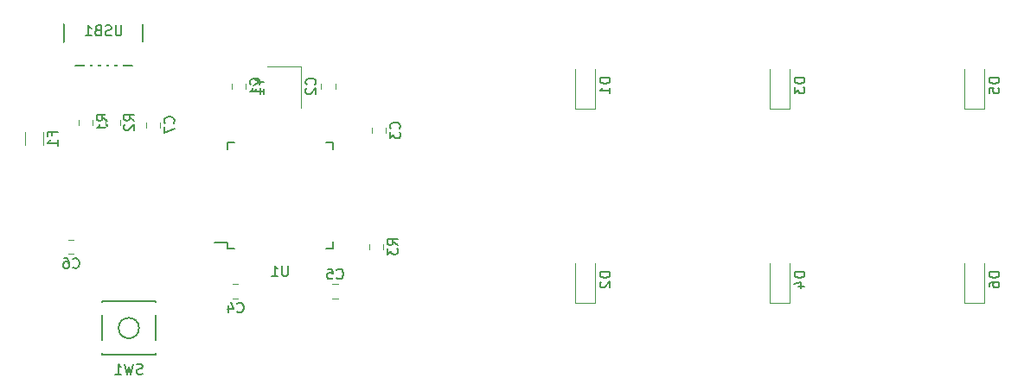
<source format=gbo>
G04 #@! TF.GenerationSoftware,KiCad,Pcbnew,(5.1.4)-1*
G04 #@! TF.CreationDate,2023-05-28T14:22:49-07:00*
G04 #@! TF.ProjectId,keypad,6b657970-6164-42e6-9b69-6361645f7063,rev?*
G04 #@! TF.SameCoordinates,Original*
G04 #@! TF.FileFunction,Legend,Bot*
G04 #@! TF.FilePolarity,Positive*
%FSLAX46Y46*%
G04 Gerber Fmt 4.6, Leading zero omitted, Abs format (unit mm)*
G04 Created by KiCad (PCBNEW (5.1.4)-1) date 2023-05-28 14:22:49*
%MOMM*%
%LPD*%
G04 APERTURE LIST*
%ADD10C,0.120000*%
%ADD11C,0.150000*%
%ADD12R,1.302000X1.502000*%
%ADD13O,1.802000X2.802000*%
%ADD14R,0.602000X2.352000*%
%ADD15R,0.652000X1.602000*%
%ADD16R,1.602000X0.652000*%
%ADD17R,1.902000X1.202000*%
%ADD18C,0.100000*%
%ADD19C,1.077000*%
%ADD20R,2.652000X2.602000*%
%ADD21C,1.852000*%
%ADD22C,3.102000*%
%ADD23C,4.089800*%
%ADD24C,1.352000*%
%ADD25R,1.302000X1.002000*%
G04 APERTURE END LIST*
D10*
X187617000Y-109803000D02*
X187617000Y-113803000D01*
X184317000Y-109803000D02*
X187617000Y-109803000D01*
D11*
X164425000Y-104243750D02*
X164425000Y-109693750D01*
X172125000Y-104243750D02*
X172125000Y-109693750D01*
X164425000Y-109693750D02*
X172125000Y-109693750D01*
X180372000Y-127028000D02*
X179097000Y-127028000D01*
X190722000Y-127603000D02*
X190047000Y-127603000D01*
X190722000Y-117253000D02*
X190047000Y-117253000D01*
X180372000Y-117253000D02*
X181047000Y-117253000D01*
X180372000Y-127603000D02*
X181047000Y-127603000D01*
X180372000Y-117253000D02*
X180372000Y-117928000D01*
X190722000Y-117253000D02*
X190722000Y-117928000D01*
X190722000Y-127603000D02*
X190722000Y-126928000D01*
X180372000Y-127603000D02*
X180372000Y-127028000D01*
X173331250Y-132837000D02*
X168131250Y-132837000D01*
X168131250Y-132837000D02*
X168131250Y-138037000D01*
X168131250Y-138037000D02*
X173331250Y-138037000D01*
X173331250Y-138037000D02*
X173331250Y-132837000D01*
X171731250Y-135437000D02*
G75*
G03X171731250Y-135437000I-1000000J0D01*
G01*
D10*
X194235000Y-127688078D02*
X194235000Y-127170922D01*
X195655000Y-127688078D02*
X195655000Y-127170922D01*
X168454000Y-115526078D02*
X168454000Y-115008922D01*
X169874000Y-115526078D02*
X169874000Y-115008922D01*
X165787000Y-115526078D02*
X165787000Y-115008922D01*
X167207000Y-115526078D02*
X167207000Y-115008922D01*
X160570500Y-117439064D02*
X160570500Y-116234936D01*
X162390500Y-117439064D02*
X162390500Y-116234936D01*
X254492000Y-132933000D02*
X254492000Y-129033000D01*
X252492000Y-132933000D02*
X252492000Y-129033000D01*
X254492000Y-132933000D02*
X252492000Y-132933000D01*
X254492000Y-113882000D02*
X254492000Y-109982000D01*
X252492000Y-113882000D02*
X252492000Y-109982000D01*
X254492000Y-113882000D02*
X252492000Y-113882000D01*
X235442000Y-132933000D02*
X235442000Y-129033000D01*
X233442000Y-132933000D02*
X233442000Y-129033000D01*
X235442000Y-132933000D02*
X233442000Y-132933000D01*
X235442000Y-113883000D02*
X235442000Y-109983000D01*
X233442000Y-113883000D02*
X233442000Y-109983000D01*
X235442000Y-113883000D02*
X233442000Y-113883000D01*
X216392000Y-132933000D02*
X216392000Y-129033000D01*
X214392000Y-132933000D02*
X214392000Y-129033000D01*
X216392000Y-132933000D02*
X214392000Y-132933000D01*
X216392000Y-113882000D02*
X216392000Y-109982000D01*
X214392000Y-113882000D02*
X214392000Y-109982000D01*
X216392000Y-113882000D02*
X214392000Y-113882000D01*
X172391000Y-115750078D02*
X172391000Y-115232922D01*
X173811000Y-115750078D02*
X173811000Y-115232922D01*
X164841422Y-126749500D02*
X165358578Y-126749500D01*
X164841422Y-128169500D02*
X165358578Y-128169500D01*
X191188078Y-132536000D02*
X190670922Y-132536000D01*
X191188078Y-131116000D02*
X190670922Y-131116000D01*
X180921922Y-131116000D02*
X181439078Y-131116000D01*
X180921922Y-132536000D02*
X181439078Y-132536000D01*
X194489000Y-116288078D02*
X194489000Y-115770922D01*
X195909000Y-116288078D02*
X195909000Y-115770922D01*
X190956000Y-111452922D02*
X190956000Y-111970078D01*
X189536000Y-111452922D02*
X189536000Y-111970078D01*
X180773000Y-111970078D02*
X180773000Y-111452922D01*
X182193000Y-111970078D02*
X182193000Y-111452922D01*
D11*
X183493190Y-111326809D02*
X183969380Y-111326809D01*
X182969380Y-110993476D02*
X183493190Y-111326809D01*
X182969380Y-111660142D01*
X183969380Y-112517285D02*
X183969380Y-111945857D01*
X183969380Y-112231571D02*
X182969380Y-112231571D01*
X183112238Y-112136333D01*
X183207476Y-112041095D01*
X183255095Y-111945857D01*
X170013095Y-105728130D02*
X170013095Y-106537654D01*
X169965476Y-106632892D01*
X169917857Y-106680511D01*
X169822619Y-106728130D01*
X169632142Y-106728130D01*
X169536904Y-106680511D01*
X169489285Y-106632892D01*
X169441666Y-106537654D01*
X169441666Y-105728130D01*
X169013095Y-106680511D02*
X168870238Y-106728130D01*
X168632142Y-106728130D01*
X168536904Y-106680511D01*
X168489285Y-106632892D01*
X168441666Y-106537654D01*
X168441666Y-106442416D01*
X168489285Y-106347178D01*
X168536904Y-106299559D01*
X168632142Y-106251940D01*
X168822619Y-106204321D01*
X168917857Y-106156702D01*
X168965476Y-106109083D01*
X169013095Y-106013845D01*
X169013095Y-105918607D01*
X168965476Y-105823369D01*
X168917857Y-105775750D01*
X168822619Y-105728130D01*
X168584523Y-105728130D01*
X168441666Y-105775750D01*
X167679761Y-106204321D02*
X167536904Y-106251940D01*
X167489285Y-106299559D01*
X167441666Y-106394797D01*
X167441666Y-106537654D01*
X167489285Y-106632892D01*
X167536904Y-106680511D01*
X167632142Y-106728130D01*
X168013095Y-106728130D01*
X168013095Y-105728130D01*
X167679761Y-105728130D01*
X167584523Y-105775750D01*
X167536904Y-105823369D01*
X167489285Y-105918607D01*
X167489285Y-106013845D01*
X167536904Y-106109083D01*
X167584523Y-106156702D01*
X167679761Y-106204321D01*
X168013095Y-106204321D01*
X166489285Y-106728130D02*
X167060714Y-106728130D01*
X166775000Y-106728130D02*
X166775000Y-105728130D01*
X166870238Y-105870988D01*
X166965476Y-105966226D01*
X167060714Y-106013845D01*
X186308904Y-129330380D02*
X186308904Y-130139904D01*
X186261285Y-130235142D01*
X186213666Y-130282761D01*
X186118428Y-130330380D01*
X185927952Y-130330380D01*
X185832714Y-130282761D01*
X185785095Y-130235142D01*
X185737476Y-130139904D01*
X185737476Y-129330380D01*
X184737476Y-130330380D02*
X185308904Y-130330380D01*
X185023190Y-130330380D02*
X185023190Y-129330380D01*
X185118428Y-129473238D01*
X185213666Y-129568476D01*
X185308904Y-129616095D01*
X172064583Y-139905761D02*
X171921726Y-139953380D01*
X171683630Y-139953380D01*
X171588392Y-139905761D01*
X171540773Y-139858142D01*
X171493154Y-139762904D01*
X171493154Y-139667666D01*
X171540773Y-139572428D01*
X171588392Y-139524809D01*
X171683630Y-139477190D01*
X171874107Y-139429571D01*
X171969345Y-139381952D01*
X172016964Y-139334333D01*
X172064583Y-139239095D01*
X172064583Y-139143857D01*
X172016964Y-139048619D01*
X171969345Y-139001000D01*
X171874107Y-138953380D01*
X171636011Y-138953380D01*
X171493154Y-139001000D01*
X171159821Y-138953380D02*
X170921726Y-139953380D01*
X170731250Y-139239095D01*
X170540773Y-139953380D01*
X170302678Y-138953380D01*
X169397916Y-139953380D02*
X169969345Y-139953380D01*
X169683630Y-139953380D02*
X169683630Y-138953380D01*
X169778869Y-139096238D01*
X169874107Y-139191476D01*
X169969345Y-139239095D01*
X197047380Y-127262833D02*
X196571190Y-126929500D01*
X197047380Y-126691404D02*
X196047380Y-126691404D01*
X196047380Y-127072357D01*
X196095000Y-127167595D01*
X196142619Y-127215214D01*
X196237857Y-127262833D01*
X196380714Y-127262833D01*
X196475952Y-127215214D01*
X196523571Y-127167595D01*
X196571190Y-127072357D01*
X196571190Y-126691404D01*
X196047380Y-127596166D02*
X196047380Y-128215214D01*
X196428333Y-127881880D01*
X196428333Y-128024738D01*
X196475952Y-128119976D01*
X196523571Y-128167595D01*
X196618809Y-128215214D01*
X196856904Y-128215214D01*
X196952142Y-128167595D01*
X196999761Y-128119976D01*
X197047380Y-128024738D01*
X197047380Y-127739023D01*
X196999761Y-127643785D01*
X196952142Y-127596166D01*
X171266380Y-115100833D02*
X170790190Y-114767500D01*
X171266380Y-114529404D02*
X170266380Y-114529404D01*
X170266380Y-114910357D01*
X170314000Y-115005595D01*
X170361619Y-115053214D01*
X170456857Y-115100833D01*
X170599714Y-115100833D01*
X170694952Y-115053214D01*
X170742571Y-115005595D01*
X170790190Y-114910357D01*
X170790190Y-114529404D01*
X170361619Y-115481785D02*
X170314000Y-115529404D01*
X170266380Y-115624642D01*
X170266380Y-115862738D01*
X170314000Y-115957976D01*
X170361619Y-116005595D01*
X170456857Y-116053214D01*
X170552095Y-116053214D01*
X170694952Y-116005595D01*
X171266380Y-115434166D01*
X171266380Y-116053214D01*
X168599380Y-115100833D02*
X168123190Y-114767500D01*
X168599380Y-114529404D02*
X167599380Y-114529404D01*
X167599380Y-114910357D01*
X167647000Y-115005595D01*
X167694619Y-115053214D01*
X167789857Y-115100833D01*
X167932714Y-115100833D01*
X168027952Y-115053214D01*
X168075571Y-115005595D01*
X168123190Y-114910357D01*
X168123190Y-114529404D01*
X168599380Y-116053214D02*
X168599380Y-115481785D01*
X168599380Y-115767500D02*
X167599380Y-115767500D01*
X167742238Y-115672261D01*
X167837476Y-115577023D01*
X167885095Y-115481785D01*
X163229071Y-116503666D02*
X163229071Y-116170333D01*
X163752880Y-116170333D02*
X162752880Y-116170333D01*
X162752880Y-116646523D01*
X163752880Y-117551285D02*
X163752880Y-116979857D01*
X163752880Y-117265571D02*
X162752880Y-117265571D01*
X162895738Y-117170333D01*
X162990976Y-117075095D01*
X163038595Y-116979857D01*
X255944380Y-129944904D02*
X254944380Y-129944904D01*
X254944380Y-130183000D01*
X254992000Y-130325857D01*
X255087238Y-130421095D01*
X255182476Y-130468714D01*
X255372952Y-130516333D01*
X255515809Y-130516333D01*
X255706285Y-130468714D01*
X255801523Y-130421095D01*
X255896761Y-130325857D01*
X255944380Y-130183000D01*
X255944380Y-129944904D01*
X254944380Y-131373476D02*
X254944380Y-131183000D01*
X254992000Y-131087761D01*
X255039619Y-131040142D01*
X255182476Y-130944904D01*
X255372952Y-130897285D01*
X255753904Y-130897285D01*
X255849142Y-130944904D01*
X255896761Y-130992523D01*
X255944380Y-131087761D01*
X255944380Y-131278238D01*
X255896761Y-131373476D01*
X255849142Y-131421095D01*
X255753904Y-131468714D01*
X255515809Y-131468714D01*
X255420571Y-131421095D01*
X255372952Y-131373476D01*
X255325333Y-131278238D01*
X255325333Y-131087761D01*
X255372952Y-130992523D01*
X255420571Y-130944904D01*
X255515809Y-130897285D01*
X255944380Y-110893904D02*
X254944380Y-110893904D01*
X254944380Y-111132000D01*
X254992000Y-111274857D01*
X255087238Y-111370095D01*
X255182476Y-111417714D01*
X255372952Y-111465333D01*
X255515809Y-111465333D01*
X255706285Y-111417714D01*
X255801523Y-111370095D01*
X255896761Y-111274857D01*
X255944380Y-111132000D01*
X255944380Y-110893904D01*
X254944380Y-112370095D02*
X254944380Y-111893904D01*
X255420571Y-111846285D01*
X255372952Y-111893904D01*
X255325333Y-111989142D01*
X255325333Y-112227238D01*
X255372952Y-112322476D01*
X255420571Y-112370095D01*
X255515809Y-112417714D01*
X255753904Y-112417714D01*
X255849142Y-112370095D01*
X255896761Y-112322476D01*
X255944380Y-112227238D01*
X255944380Y-111989142D01*
X255896761Y-111893904D01*
X255849142Y-111846285D01*
X236894380Y-129944904D02*
X235894380Y-129944904D01*
X235894380Y-130183000D01*
X235942000Y-130325857D01*
X236037238Y-130421095D01*
X236132476Y-130468714D01*
X236322952Y-130516333D01*
X236465809Y-130516333D01*
X236656285Y-130468714D01*
X236751523Y-130421095D01*
X236846761Y-130325857D01*
X236894380Y-130183000D01*
X236894380Y-129944904D01*
X236227714Y-131373476D02*
X236894380Y-131373476D01*
X235846761Y-131135380D02*
X236561047Y-130897285D01*
X236561047Y-131516333D01*
X236894380Y-110894904D02*
X235894380Y-110894904D01*
X235894380Y-111133000D01*
X235942000Y-111275857D01*
X236037238Y-111371095D01*
X236132476Y-111418714D01*
X236322952Y-111466333D01*
X236465809Y-111466333D01*
X236656285Y-111418714D01*
X236751523Y-111371095D01*
X236846761Y-111275857D01*
X236894380Y-111133000D01*
X236894380Y-110894904D01*
X235894380Y-111799666D02*
X235894380Y-112418714D01*
X236275333Y-112085380D01*
X236275333Y-112228238D01*
X236322952Y-112323476D01*
X236370571Y-112371095D01*
X236465809Y-112418714D01*
X236703904Y-112418714D01*
X236799142Y-112371095D01*
X236846761Y-112323476D01*
X236894380Y-112228238D01*
X236894380Y-111942523D01*
X236846761Y-111847285D01*
X236799142Y-111799666D01*
X217844380Y-129944904D02*
X216844380Y-129944904D01*
X216844380Y-130183000D01*
X216892000Y-130325857D01*
X216987238Y-130421095D01*
X217082476Y-130468714D01*
X217272952Y-130516333D01*
X217415809Y-130516333D01*
X217606285Y-130468714D01*
X217701523Y-130421095D01*
X217796761Y-130325857D01*
X217844380Y-130183000D01*
X217844380Y-129944904D01*
X216939619Y-130897285D02*
X216892000Y-130944904D01*
X216844380Y-131040142D01*
X216844380Y-131278238D01*
X216892000Y-131373476D01*
X216939619Y-131421095D01*
X217034857Y-131468714D01*
X217130095Y-131468714D01*
X217272952Y-131421095D01*
X217844380Y-130849666D01*
X217844380Y-131468714D01*
X217844380Y-110893904D02*
X216844380Y-110893904D01*
X216844380Y-111132000D01*
X216892000Y-111274857D01*
X216987238Y-111370095D01*
X217082476Y-111417714D01*
X217272952Y-111465333D01*
X217415809Y-111465333D01*
X217606285Y-111417714D01*
X217701523Y-111370095D01*
X217796761Y-111274857D01*
X217844380Y-111132000D01*
X217844380Y-110893904D01*
X217844380Y-112417714D02*
X217844380Y-111846285D01*
X217844380Y-112132000D02*
X216844380Y-112132000D01*
X216987238Y-112036761D01*
X217082476Y-111941523D01*
X217130095Y-111846285D01*
X175108142Y-115324833D02*
X175155761Y-115277214D01*
X175203380Y-115134357D01*
X175203380Y-115039119D01*
X175155761Y-114896261D01*
X175060523Y-114801023D01*
X174965285Y-114753404D01*
X174774809Y-114705785D01*
X174631952Y-114705785D01*
X174441476Y-114753404D01*
X174346238Y-114801023D01*
X174251000Y-114896261D01*
X174203380Y-115039119D01*
X174203380Y-115134357D01*
X174251000Y-115277214D01*
X174298619Y-115324833D01*
X174203380Y-115658166D02*
X174203380Y-116324833D01*
X175203380Y-115896261D01*
X165266666Y-129466642D02*
X165314285Y-129514261D01*
X165457142Y-129561880D01*
X165552380Y-129561880D01*
X165695238Y-129514261D01*
X165790476Y-129419023D01*
X165838095Y-129323785D01*
X165885714Y-129133309D01*
X165885714Y-128990452D01*
X165838095Y-128799976D01*
X165790476Y-128704738D01*
X165695238Y-128609500D01*
X165552380Y-128561880D01*
X165457142Y-128561880D01*
X165314285Y-128609500D01*
X165266666Y-128657119D01*
X164409523Y-128561880D02*
X164600000Y-128561880D01*
X164695238Y-128609500D01*
X164742857Y-128657119D01*
X164838095Y-128799976D01*
X164885714Y-128990452D01*
X164885714Y-129371404D01*
X164838095Y-129466642D01*
X164790476Y-129514261D01*
X164695238Y-129561880D01*
X164504761Y-129561880D01*
X164409523Y-129514261D01*
X164361904Y-129466642D01*
X164314285Y-129371404D01*
X164314285Y-129133309D01*
X164361904Y-129038071D01*
X164409523Y-128990452D01*
X164504761Y-128942833D01*
X164695238Y-128942833D01*
X164790476Y-128990452D01*
X164838095Y-129038071D01*
X164885714Y-129133309D01*
X191096166Y-130533142D02*
X191143785Y-130580761D01*
X191286642Y-130628380D01*
X191381880Y-130628380D01*
X191524738Y-130580761D01*
X191619976Y-130485523D01*
X191667595Y-130390285D01*
X191715214Y-130199809D01*
X191715214Y-130056952D01*
X191667595Y-129866476D01*
X191619976Y-129771238D01*
X191524738Y-129676000D01*
X191381880Y-129628380D01*
X191286642Y-129628380D01*
X191143785Y-129676000D01*
X191096166Y-129723619D01*
X190191404Y-129628380D02*
X190667595Y-129628380D01*
X190715214Y-130104571D01*
X190667595Y-130056952D01*
X190572357Y-130009333D01*
X190334261Y-130009333D01*
X190239023Y-130056952D01*
X190191404Y-130104571D01*
X190143785Y-130199809D01*
X190143785Y-130437904D01*
X190191404Y-130533142D01*
X190239023Y-130580761D01*
X190334261Y-130628380D01*
X190572357Y-130628380D01*
X190667595Y-130580761D01*
X190715214Y-130533142D01*
X181347166Y-133833142D02*
X181394785Y-133880761D01*
X181537642Y-133928380D01*
X181632880Y-133928380D01*
X181775738Y-133880761D01*
X181870976Y-133785523D01*
X181918595Y-133690285D01*
X181966214Y-133499809D01*
X181966214Y-133356952D01*
X181918595Y-133166476D01*
X181870976Y-133071238D01*
X181775738Y-132976000D01*
X181632880Y-132928380D01*
X181537642Y-132928380D01*
X181394785Y-132976000D01*
X181347166Y-133023619D01*
X180490023Y-133261714D02*
X180490023Y-133928380D01*
X180728119Y-132880761D02*
X180966214Y-133595047D01*
X180347166Y-133595047D01*
X197206142Y-115862833D02*
X197253761Y-115815214D01*
X197301380Y-115672357D01*
X197301380Y-115577119D01*
X197253761Y-115434261D01*
X197158523Y-115339023D01*
X197063285Y-115291404D01*
X196872809Y-115243785D01*
X196729952Y-115243785D01*
X196539476Y-115291404D01*
X196444238Y-115339023D01*
X196349000Y-115434261D01*
X196301380Y-115577119D01*
X196301380Y-115672357D01*
X196349000Y-115815214D01*
X196396619Y-115862833D01*
X196301380Y-116196166D02*
X196301380Y-116815214D01*
X196682333Y-116481880D01*
X196682333Y-116624738D01*
X196729952Y-116719976D01*
X196777571Y-116767595D01*
X196872809Y-116815214D01*
X197110904Y-116815214D01*
X197206142Y-116767595D01*
X197253761Y-116719976D01*
X197301380Y-116624738D01*
X197301380Y-116339023D01*
X197253761Y-116243785D01*
X197206142Y-116196166D01*
X188953142Y-111544833D02*
X189000761Y-111497214D01*
X189048380Y-111354357D01*
X189048380Y-111259119D01*
X189000761Y-111116261D01*
X188905523Y-111021023D01*
X188810285Y-110973404D01*
X188619809Y-110925785D01*
X188476952Y-110925785D01*
X188286476Y-110973404D01*
X188191238Y-111021023D01*
X188096000Y-111116261D01*
X188048380Y-111259119D01*
X188048380Y-111354357D01*
X188096000Y-111497214D01*
X188143619Y-111544833D01*
X188143619Y-111925785D02*
X188096000Y-111973404D01*
X188048380Y-112068642D01*
X188048380Y-112306738D01*
X188096000Y-112401976D01*
X188143619Y-112449595D01*
X188238857Y-112497214D01*
X188334095Y-112497214D01*
X188476952Y-112449595D01*
X189048380Y-111878166D01*
X189048380Y-112497214D01*
X183490142Y-111544833D02*
X183537761Y-111497214D01*
X183585380Y-111354357D01*
X183585380Y-111259119D01*
X183537761Y-111116261D01*
X183442523Y-111021023D01*
X183347285Y-110973404D01*
X183156809Y-110925785D01*
X183013952Y-110925785D01*
X182823476Y-110973404D01*
X182728238Y-111021023D01*
X182633000Y-111116261D01*
X182585380Y-111259119D01*
X182585380Y-111354357D01*
X182633000Y-111497214D01*
X182680619Y-111544833D01*
X183585380Y-112497214D02*
X183585380Y-111925785D01*
X183585380Y-112211500D02*
X182585380Y-112211500D01*
X182728238Y-112116261D01*
X182823476Y-112021023D01*
X182871095Y-111925785D01*
%LPC*%
D12*
X185117000Y-110703000D03*
X185117000Y-112903000D03*
X186817000Y-112903000D03*
X186817000Y-110703000D03*
D13*
X164625000Y-104243750D03*
X171925000Y-104243750D03*
X171925000Y-108743750D03*
X164625000Y-108743750D03*
D14*
X166675000Y-108743750D03*
X167475000Y-108743750D03*
X168275000Y-108743750D03*
X169075000Y-108743750D03*
X169875000Y-108743750D03*
D15*
X181547000Y-128128000D03*
X182347000Y-128128000D03*
X183147000Y-128128000D03*
X183947000Y-128128000D03*
X184747000Y-128128000D03*
X185547000Y-128128000D03*
X186347000Y-128128000D03*
X187147000Y-128128000D03*
X187947000Y-128128000D03*
X188747000Y-128128000D03*
X189547000Y-128128000D03*
D16*
X191247000Y-126428000D03*
X191247000Y-125628000D03*
X191247000Y-124828000D03*
X191247000Y-124028000D03*
X191247000Y-123228000D03*
X191247000Y-122428000D03*
X191247000Y-121628000D03*
X191247000Y-120828000D03*
X191247000Y-120028000D03*
X191247000Y-119228000D03*
X191247000Y-118428000D03*
D15*
X189547000Y-116728000D03*
X188747000Y-116728000D03*
X187947000Y-116728000D03*
X187147000Y-116728000D03*
X186347000Y-116728000D03*
X185547000Y-116728000D03*
X184747000Y-116728000D03*
X183947000Y-116728000D03*
X183147000Y-116728000D03*
X182347000Y-116728000D03*
X181547000Y-116728000D03*
D16*
X179847000Y-118428000D03*
X179847000Y-119228000D03*
X179847000Y-120028000D03*
X179847000Y-120828000D03*
X179847000Y-121628000D03*
X179847000Y-122428000D03*
X179847000Y-123228000D03*
X179847000Y-124028000D03*
X179847000Y-124828000D03*
X179847000Y-125628000D03*
X179847000Y-126428000D03*
D17*
X173831250Y-137287000D03*
X167631250Y-133587000D03*
X173831250Y-133587000D03*
X167631250Y-137287000D03*
D18*
G36*
X195453141Y-125954797D02*
G01*
X195479278Y-125958674D01*
X195504909Y-125965094D01*
X195529788Y-125973995D01*
X195553674Y-125985293D01*
X195576337Y-125998877D01*
X195597560Y-126014617D01*
X195617139Y-126032361D01*
X195634883Y-126051940D01*
X195650623Y-126073163D01*
X195664207Y-126095826D01*
X195675505Y-126119712D01*
X195684406Y-126144591D01*
X195690826Y-126170222D01*
X195694703Y-126196359D01*
X195696000Y-126222750D01*
X195696000Y-126761250D01*
X195694703Y-126787641D01*
X195690826Y-126813778D01*
X195684406Y-126839409D01*
X195675505Y-126864288D01*
X195664207Y-126888174D01*
X195650623Y-126910837D01*
X195634883Y-126932060D01*
X195617139Y-126951639D01*
X195597560Y-126969383D01*
X195576337Y-126985123D01*
X195553674Y-126998707D01*
X195529788Y-127010005D01*
X195504909Y-127018906D01*
X195479278Y-127025326D01*
X195453141Y-127029203D01*
X195426750Y-127030500D01*
X194463250Y-127030500D01*
X194436859Y-127029203D01*
X194410722Y-127025326D01*
X194385091Y-127018906D01*
X194360212Y-127010005D01*
X194336326Y-126998707D01*
X194313663Y-126985123D01*
X194292440Y-126969383D01*
X194272861Y-126951639D01*
X194255117Y-126932060D01*
X194239377Y-126910837D01*
X194225793Y-126888174D01*
X194214495Y-126864288D01*
X194205594Y-126839409D01*
X194199174Y-126813778D01*
X194195297Y-126787641D01*
X194194000Y-126761250D01*
X194194000Y-126222750D01*
X194195297Y-126196359D01*
X194199174Y-126170222D01*
X194205594Y-126144591D01*
X194214495Y-126119712D01*
X194225793Y-126095826D01*
X194239377Y-126073163D01*
X194255117Y-126051940D01*
X194272861Y-126032361D01*
X194292440Y-126014617D01*
X194313663Y-125998877D01*
X194336326Y-125985293D01*
X194360212Y-125973995D01*
X194385091Y-125965094D01*
X194410722Y-125958674D01*
X194436859Y-125954797D01*
X194463250Y-125953500D01*
X195426750Y-125953500D01*
X195453141Y-125954797D01*
X195453141Y-125954797D01*
G37*
D19*
X194945000Y-126492000D03*
D18*
G36*
X195453141Y-127829797D02*
G01*
X195479278Y-127833674D01*
X195504909Y-127840094D01*
X195529788Y-127848995D01*
X195553674Y-127860293D01*
X195576337Y-127873877D01*
X195597560Y-127889617D01*
X195617139Y-127907361D01*
X195634883Y-127926940D01*
X195650623Y-127948163D01*
X195664207Y-127970826D01*
X195675505Y-127994712D01*
X195684406Y-128019591D01*
X195690826Y-128045222D01*
X195694703Y-128071359D01*
X195696000Y-128097750D01*
X195696000Y-128636250D01*
X195694703Y-128662641D01*
X195690826Y-128688778D01*
X195684406Y-128714409D01*
X195675505Y-128739288D01*
X195664207Y-128763174D01*
X195650623Y-128785837D01*
X195634883Y-128807060D01*
X195617139Y-128826639D01*
X195597560Y-128844383D01*
X195576337Y-128860123D01*
X195553674Y-128873707D01*
X195529788Y-128885005D01*
X195504909Y-128893906D01*
X195479278Y-128900326D01*
X195453141Y-128904203D01*
X195426750Y-128905500D01*
X194463250Y-128905500D01*
X194436859Y-128904203D01*
X194410722Y-128900326D01*
X194385091Y-128893906D01*
X194360212Y-128885005D01*
X194336326Y-128873707D01*
X194313663Y-128860123D01*
X194292440Y-128844383D01*
X194272861Y-128826639D01*
X194255117Y-128807060D01*
X194239377Y-128785837D01*
X194225793Y-128763174D01*
X194214495Y-128739288D01*
X194205594Y-128714409D01*
X194199174Y-128688778D01*
X194195297Y-128662641D01*
X194194000Y-128636250D01*
X194194000Y-128097750D01*
X194195297Y-128071359D01*
X194199174Y-128045222D01*
X194205594Y-128019591D01*
X194214495Y-127994712D01*
X194225793Y-127970826D01*
X194239377Y-127948163D01*
X194255117Y-127926940D01*
X194272861Y-127907361D01*
X194292440Y-127889617D01*
X194313663Y-127873877D01*
X194336326Y-127860293D01*
X194360212Y-127848995D01*
X194385091Y-127840094D01*
X194410722Y-127833674D01*
X194436859Y-127829797D01*
X194463250Y-127828500D01*
X195426750Y-127828500D01*
X195453141Y-127829797D01*
X195453141Y-127829797D01*
G37*
D19*
X194945000Y-128367000D03*
D18*
G36*
X169672141Y-113792797D02*
G01*
X169698278Y-113796674D01*
X169723909Y-113803094D01*
X169748788Y-113811995D01*
X169772674Y-113823293D01*
X169795337Y-113836877D01*
X169816560Y-113852617D01*
X169836139Y-113870361D01*
X169853883Y-113889940D01*
X169869623Y-113911163D01*
X169883207Y-113933826D01*
X169894505Y-113957712D01*
X169903406Y-113982591D01*
X169909826Y-114008222D01*
X169913703Y-114034359D01*
X169915000Y-114060750D01*
X169915000Y-114599250D01*
X169913703Y-114625641D01*
X169909826Y-114651778D01*
X169903406Y-114677409D01*
X169894505Y-114702288D01*
X169883207Y-114726174D01*
X169869623Y-114748837D01*
X169853883Y-114770060D01*
X169836139Y-114789639D01*
X169816560Y-114807383D01*
X169795337Y-114823123D01*
X169772674Y-114836707D01*
X169748788Y-114848005D01*
X169723909Y-114856906D01*
X169698278Y-114863326D01*
X169672141Y-114867203D01*
X169645750Y-114868500D01*
X168682250Y-114868500D01*
X168655859Y-114867203D01*
X168629722Y-114863326D01*
X168604091Y-114856906D01*
X168579212Y-114848005D01*
X168555326Y-114836707D01*
X168532663Y-114823123D01*
X168511440Y-114807383D01*
X168491861Y-114789639D01*
X168474117Y-114770060D01*
X168458377Y-114748837D01*
X168444793Y-114726174D01*
X168433495Y-114702288D01*
X168424594Y-114677409D01*
X168418174Y-114651778D01*
X168414297Y-114625641D01*
X168413000Y-114599250D01*
X168413000Y-114060750D01*
X168414297Y-114034359D01*
X168418174Y-114008222D01*
X168424594Y-113982591D01*
X168433495Y-113957712D01*
X168444793Y-113933826D01*
X168458377Y-113911163D01*
X168474117Y-113889940D01*
X168491861Y-113870361D01*
X168511440Y-113852617D01*
X168532663Y-113836877D01*
X168555326Y-113823293D01*
X168579212Y-113811995D01*
X168604091Y-113803094D01*
X168629722Y-113796674D01*
X168655859Y-113792797D01*
X168682250Y-113791500D01*
X169645750Y-113791500D01*
X169672141Y-113792797D01*
X169672141Y-113792797D01*
G37*
D19*
X169164000Y-114330000D03*
D18*
G36*
X169672141Y-115667797D02*
G01*
X169698278Y-115671674D01*
X169723909Y-115678094D01*
X169748788Y-115686995D01*
X169772674Y-115698293D01*
X169795337Y-115711877D01*
X169816560Y-115727617D01*
X169836139Y-115745361D01*
X169853883Y-115764940D01*
X169869623Y-115786163D01*
X169883207Y-115808826D01*
X169894505Y-115832712D01*
X169903406Y-115857591D01*
X169909826Y-115883222D01*
X169913703Y-115909359D01*
X169915000Y-115935750D01*
X169915000Y-116474250D01*
X169913703Y-116500641D01*
X169909826Y-116526778D01*
X169903406Y-116552409D01*
X169894505Y-116577288D01*
X169883207Y-116601174D01*
X169869623Y-116623837D01*
X169853883Y-116645060D01*
X169836139Y-116664639D01*
X169816560Y-116682383D01*
X169795337Y-116698123D01*
X169772674Y-116711707D01*
X169748788Y-116723005D01*
X169723909Y-116731906D01*
X169698278Y-116738326D01*
X169672141Y-116742203D01*
X169645750Y-116743500D01*
X168682250Y-116743500D01*
X168655859Y-116742203D01*
X168629722Y-116738326D01*
X168604091Y-116731906D01*
X168579212Y-116723005D01*
X168555326Y-116711707D01*
X168532663Y-116698123D01*
X168511440Y-116682383D01*
X168491861Y-116664639D01*
X168474117Y-116645060D01*
X168458377Y-116623837D01*
X168444793Y-116601174D01*
X168433495Y-116577288D01*
X168424594Y-116552409D01*
X168418174Y-116526778D01*
X168414297Y-116500641D01*
X168413000Y-116474250D01*
X168413000Y-115935750D01*
X168414297Y-115909359D01*
X168418174Y-115883222D01*
X168424594Y-115857591D01*
X168433495Y-115832712D01*
X168444793Y-115808826D01*
X168458377Y-115786163D01*
X168474117Y-115764940D01*
X168491861Y-115745361D01*
X168511440Y-115727617D01*
X168532663Y-115711877D01*
X168555326Y-115698293D01*
X168579212Y-115686995D01*
X168604091Y-115678094D01*
X168629722Y-115671674D01*
X168655859Y-115667797D01*
X168682250Y-115666500D01*
X169645750Y-115666500D01*
X169672141Y-115667797D01*
X169672141Y-115667797D01*
G37*
D19*
X169164000Y-116205000D03*
D18*
G36*
X167005141Y-113792797D02*
G01*
X167031278Y-113796674D01*
X167056909Y-113803094D01*
X167081788Y-113811995D01*
X167105674Y-113823293D01*
X167128337Y-113836877D01*
X167149560Y-113852617D01*
X167169139Y-113870361D01*
X167186883Y-113889940D01*
X167202623Y-113911163D01*
X167216207Y-113933826D01*
X167227505Y-113957712D01*
X167236406Y-113982591D01*
X167242826Y-114008222D01*
X167246703Y-114034359D01*
X167248000Y-114060750D01*
X167248000Y-114599250D01*
X167246703Y-114625641D01*
X167242826Y-114651778D01*
X167236406Y-114677409D01*
X167227505Y-114702288D01*
X167216207Y-114726174D01*
X167202623Y-114748837D01*
X167186883Y-114770060D01*
X167169139Y-114789639D01*
X167149560Y-114807383D01*
X167128337Y-114823123D01*
X167105674Y-114836707D01*
X167081788Y-114848005D01*
X167056909Y-114856906D01*
X167031278Y-114863326D01*
X167005141Y-114867203D01*
X166978750Y-114868500D01*
X166015250Y-114868500D01*
X165988859Y-114867203D01*
X165962722Y-114863326D01*
X165937091Y-114856906D01*
X165912212Y-114848005D01*
X165888326Y-114836707D01*
X165865663Y-114823123D01*
X165844440Y-114807383D01*
X165824861Y-114789639D01*
X165807117Y-114770060D01*
X165791377Y-114748837D01*
X165777793Y-114726174D01*
X165766495Y-114702288D01*
X165757594Y-114677409D01*
X165751174Y-114651778D01*
X165747297Y-114625641D01*
X165746000Y-114599250D01*
X165746000Y-114060750D01*
X165747297Y-114034359D01*
X165751174Y-114008222D01*
X165757594Y-113982591D01*
X165766495Y-113957712D01*
X165777793Y-113933826D01*
X165791377Y-113911163D01*
X165807117Y-113889940D01*
X165824861Y-113870361D01*
X165844440Y-113852617D01*
X165865663Y-113836877D01*
X165888326Y-113823293D01*
X165912212Y-113811995D01*
X165937091Y-113803094D01*
X165962722Y-113796674D01*
X165988859Y-113792797D01*
X166015250Y-113791500D01*
X166978750Y-113791500D01*
X167005141Y-113792797D01*
X167005141Y-113792797D01*
G37*
D19*
X166497000Y-114330000D03*
D18*
G36*
X167005141Y-115667797D02*
G01*
X167031278Y-115671674D01*
X167056909Y-115678094D01*
X167081788Y-115686995D01*
X167105674Y-115698293D01*
X167128337Y-115711877D01*
X167149560Y-115727617D01*
X167169139Y-115745361D01*
X167186883Y-115764940D01*
X167202623Y-115786163D01*
X167216207Y-115808826D01*
X167227505Y-115832712D01*
X167236406Y-115857591D01*
X167242826Y-115883222D01*
X167246703Y-115909359D01*
X167248000Y-115935750D01*
X167248000Y-116474250D01*
X167246703Y-116500641D01*
X167242826Y-116526778D01*
X167236406Y-116552409D01*
X167227505Y-116577288D01*
X167216207Y-116601174D01*
X167202623Y-116623837D01*
X167186883Y-116645060D01*
X167169139Y-116664639D01*
X167149560Y-116682383D01*
X167128337Y-116698123D01*
X167105674Y-116711707D01*
X167081788Y-116723005D01*
X167056909Y-116731906D01*
X167031278Y-116738326D01*
X167005141Y-116742203D01*
X166978750Y-116743500D01*
X166015250Y-116743500D01*
X165988859Y-116742203D01*
X165962722Y-116738326D01*
X165937091Y-116731906D01*
X165912212Y-116723005D01*
X165888326Y-116711707D01*
X165865663Y-116698123D01*
X165844440Y-116682383D01*
X165824861Y-116664639D01*
X165807117Y-116645060D01*
X165791377Y-116623837D01*
X165777793Y-116601174D01*
X165766495Y-116577288D01*
X165757594Y-116552409D01*
X165751174Y-116526778D01*
X165747297Y-116500641D01*
X165746000Y-116474250D01*
X165746000Y-115935750D01*
X165747297Y-115909359D01*
X165751174Y-115883222D01*
X165757594Y-115857591D01*
X165766495Y-115832712D01*
X165777793Y-115808826D01*
X165791377Y-115786163D01*
X165807117Y-115764940D01*
X165824861Y-115745361D01*
X165844440Y-115727617D01*
X165865663Y-115711877D01*
X165888326Y-115698293D01*
X165912212Y-115686995D01*
X165937091Y-115678094D01*
X165962722Y-115671674D01*
X165988859Y-115667797D01*
X166015250Y-115666500D01*
X166978750Y-115666500D01*
X167005141Y-115667797D01*
X167005141Y-115667797D01*
G37*
D19*
X166497000Y-116205000D03*
D20*
X251110750Y-125888750D03*
X238183750Y-128428750D03*
D21*
X250348750Y-130968750D03*
X240188750Y-130968750D03*
D22*
X241458750Y-128428750D03*
D23*
X245268750Y-130968750D03*
D22*
X247808750Y-125888750D03*
D20*
X251110750Y-106838750D03*
X238183750Y-109378750D03*
D21*
X250348750Y-111918750D03*
X240188750Y-111918750D03*
D22*
X241458750Y-109378750D03*
D23*
X245268750Y-111918750D03*
D22*
X247808750Y-106838750D03*
D20*
X232060750Y-125888750D03*
X219133750Y-128428750D03*
D21*
X231298750Y-130968750D03*
X221138750Y-130968750D03*
D22*
X222408750Y-128428750D03*
D23*
X226218750Y-130968750D03*
D22*
X228758750Y-125888750D03*
D20*
X232060750Y-106838750D03*
X219133750Y-109378750D03*
D21*
X231298750Y-111918750D03*
X221138750Y-111918750D03*
D22*
X222408750Y-109378750D03*
D23*
X226218750Y-111918750D03*
D22*
X228758750Y-106838750D03*
D20*
X213010750Y-125888750D03*
X200083750Y-128428750D03*
D21*
X212248750Y-130968750D03*
X202088750Y-130968750D03*
D22*
X203358750Y-128428750D03*
D23*
X207168750Y-130968750D03*
D22*
X209708750Y-125888750D03*
D20*
X213010750Y-106838750D03*
X200083750Y-109378750D03*
D21*
X212248750Y-111918750D03*
X202088750Y-111918750D03*
D22*
X203358750Y-109378750D03*
D23*
X207168750Y-111918750D03*
D22*
X209708750Y-106838750D03*
D18*
G36*
X162162604Y-114762302D02*
G01*
X162188852Y-114766196D01*
X162214593Y-114772643D01*
X162239578Y-114781583D01*
X162263566Y-114792928D01*
X162286326Y-114806571D01*
X162307640Y-114822378D01*
X162327302Y-114840198D01*
X162345122Y-114859860D01*
X162360929Y-114881174D01*
X162374572Y-114903934D01*
X162385917Y-114927922D01*
X162394857Y-114952907D01*
X162401304Y-114978648D01*
X162405198Y-115004896D01*
X162406500Y-115031400D01*
X162406500Y-115842600D01*
X162405198Y-115869104D01*
X162401304Y-115895352D01*
X162394857Y-115921093D01*
X162385917Y-115946078D01*
X162374572Y-115970066D01*
X162360929Y-115992826D01*
X162345122Y-116014140D01*
X162327302Y-116033802D01*
X162307640Y-116051622D01*
X162286326Y-116067429D01*
X162263566Y-116081072D01*
X162239578Y-116092417D01*
X162214593Y-116101357D01*
X162188852Y-116107804D01*
X162162604Y-116111698D01*
X162136100Y-116113000D01*
X160824900Y-116113000D01*
X160798396Y-116111698D01*
X160772148Y-116107804D01*
X160746407Y-116101357D01*
X160721422Y-116092417D01*
X160697434Y-116081072D01*
X160674674Y-116067429D01*
X160653360Y-116051622D01*
X160633698Y-116033802D01*
X160615878Y-116014140D01*
X160600071Y-115992826D01*
X160586428Y-115970066D01*
X160575083Y-115946078D01*
X160566143Y-115921093D01*
X160559696Y-115895352D01*
X160555802Y-115869104D01*
X160554500Y-115842600D01*
X160554500Y-115031400D01*
X160555802Y-115004896D01*
X160559696Y-114978648D01*
X160566143Y-114952907D01*
X160575083Y-114927922D01*
X160586428Y-114903934D01*
X160600071Y-114881174D01*
X160615878Y-114859860D01*
X160633698Y-114840198D01*
X160653360Y-114822378D01*
X160674674Y-114806571D01*
X160697434Y-114792928D01*
X160721422Y-114781583D01*
X160746407Y-114772643D01*
X160772148Y-114766196D01*
X160798396Y-114762302D01*
X160824900Y-114761000D01*
X162136100Y-114761000D01*
X162162604Y-114762302D01*
X162162604Y-114762302D01*
G37*
D24*
X161480500Y-115437000D03*
D18*
G36*
X162162604Y-117562302D02*
G01*
X162188852Y-117566196D01*
X162214593Y-117572643D01*
X162239578Y-117581583D01*
X162263566Y-117592928D01*
X162286326Y-117606571D01*
X162307640Y-117622378D01*
X162327302Y-117640198D01*
X162345122Y-117659860D01*
X162360929Y-117681174D01*
X162374572Y-117703934D01*
X162385917Y-117727922D01*
X162394857Y-117752907D01*
X162401304Y-117778648D01*
X162405198Y-117804896D01*
X162406500Y-117831400D01*
X162406500Y-118642600D01*
X162405198Y-118669104D01*
X162401304Y-118695352D01*
X162394857Y-118721093D01*
X162385917Y-118746078D01*
X162374572Y-118770066D01*
X162360929Y-118792826D01*
X162345122Y-118814140D01*
X162327302Y-118833802D01*
X162307640Y-118851622D01*
X162286326Y-118867429D01*
X162263566Y-118881072D01*
X162239578Y-118892417D01*
X162214593Y-118901357D01*
X162188852Y-118907804D01*
X162162604Y-118911698D01*
X162136100Y-118913000D01*
X160824900Y-118913000D01*
X160798396Y-118911698D01*
X160772148Y-118907804D01*
X160746407Y-118901357D01*
X160721422Y-118892417D01*
X160697434Y-118881072D01*
X160674674Y-118867429D01*
X160653360Y-118851622D01*
X160633698Y-118833802D01*
X160615878Y-118814140D01*
X160600071Y-118792826D01*
X160586428Y-118770066D01*
X160575083Y-118746078D01*
X160566143Y-118721093D01*
X160559696Y-118695352D01*
X160555802Y-118669104D01*
X160554500Y-118642600D01*
X160554500Y-117831400D01*
X160555802Y-117804896D01*
X160559696Y-117778648D01*
X160566143Y-117752907D01*
X160575083Y-117727922D01*
X160586428Y-117703934D01*
X160600071Y-117681174D01*
X160615878Y-117659860D01*
X160633698Y-117640198D01*
X160653360Y-117622378D01*
X160674674Y-117606571D01*
X160697434Y-117592928D01*
X160721422Y-117581583D01*
X160746407Y-117572643D01*
X160772148Y-117566196D01*
X160798396Y-117562302D01*
X160824900Y-117561000D01*
X162136100Y-117561000D01*
X162162604Y-117562302D01*
X162162604Y-117562302D01*
G37*
D24*
X161480500Y-118237000D03*
D25*
X253492000Y-129033000D03*
X253492000Y-132333000D03*
X253492000Y-109982000D03*
X253492000Y-113282000D03*
X234442000Y-129033000D03*
X234442000Y-132333000D03*
X234442000Y-109983000D03*
X234442000Y-113283000D03*
X215392000Y-129033000D03*
X215392000Y-132333000D03*
X215392000Y-109982000D03*
X215392000Y-113282000D03*
D18*
G36*
X173609141Y-114016797D02*
G01*
X173635278Y-114020674D01*
X173660909Y-114027094D01*
X173685788Y-114035995D01*
X173709674Y-114047293D01*
X173732337Y-114060877D01*
X173753560Y-114076617D01*
X173773139Y-114094361D01*
X173790883Y-114113940D01*
X173806623Y-114135163D01*
X173820207Y-114157826D01*
X173831505Y-114181712D01*
X173840406Y-114206591D01*
X173846826Y-114232222D01*
X173850703Y-114258359D01*
X173852000Y-114284750D01*
X173852000Y-114823250D01*
X173850703Y-114849641D01*
X173846826Y-114875778D01*
X173840406Y-114901409D01*
X173831505Y-114926288D01*
X173820207Y-114950174D01*
X173806623Y-114972837D01*
X173790883Y-114994060D01*
X173773139Y-115013639D01*
X173753560Y-115031383D01*
X173732337Y-115047123D01*
X173709674Y-115060707D01*
X173685788Y-115072005D01*
X173660909Y-115080906D01*
X173635278Y-115087326D01*
X173609141Y-115091203D01*
X173582750Y-115092500D01*
X172619250Y-115092500D01*
X172592859Y-115091203D01*
X172566722Y-115087326D01*
X172541091Y-115080906D01*
X172516212Y-115072005D01*
X172492326Y-115060707D01*
X172469663Y-115047123D01*
X172448440Y-115031383D01*
X172428861Y-115013639D01*
X172411117Y-114994060D01*
X172395377Y-114972837D01*
X172381793Y-114950174D01*
X172370495Y-114926288D01*
X172361594Y-114901409D01*
X172355174Y-114875778D01*
X172351297Y-114849641D01*
X172350000Y-114823250D01*
X172350000Y-114284750D01*
X172351297Y-114258359D01*
X172355174Y-114232222D01*
X172361594Y-114206591D01*
X172370495Y-114181712D01*
X172381793Y-114157826D01*
X172395377Y-114135163D01*
X172411117Y-114113940D01*
X172428861Y-114094361D01*
X172448440Y-114076617D01*
X172469663Y-114060877D01*
X172492326Y-114047293D01*
X172516212Y-114035995D01*
X172541091Y-114027094D01*
X172566722Y-114020674D01*
X172592859Y-114016797D01*
X172619250Y-114015500D01*
X173582750Y-114015500D01*
X173609141Y-114016797D01*
X173609141Y-114016797D01*
G37*
D19*
X173101000Y-114554000D03*
D18*
G36*
X173609141Y-115891797D02*
G01*
X173635278Y-115895674D01*
X173660909Y-115902094D01*
X173685788Y-115910995D01*
X173709674Y-115922293D01*
X173732337Y-115935877D01*
X173753560Y-115951617D01*
X173773139Y-115969361D01*
X173790883Y-115988940D01*
X173806623Y-116010163D01*
X173820207Y-116032826D01*
X173831505Y-116056712D01*
X173840406Y-116081591D01*
X173846826Y-116107222D01*
X173850703Y-116133359D01*
X173852000Y-116159750D01*
X173852000Y-116698250D01*
X173850703Y-116724641D01*
X173846826Y-116750778D01*
X173840406Y-116776409D01*
X173831505Y-116801288D01*
X173820207Y-116825174D01*
X173806623Y-116847837D01*
X173790883Y-116869060D01*
X173773139Y-116888639D01*
X173753560Y-116906383D01*
X173732337Y-116922123D01*
X173709674Y-116935707D01*
X173685788Y-116947005D01*
X173660909Y-116955906D01*
X173635278Y-116962326D01*
X173609141Y-116966203D01*
X173582750Y-116967500D01*
X172619250Y-116967500D01*
X172592859Y-116966203D01*
X172566722Y-116962326D01*
X172541091Y-116955906D01*
X172516212Y-116947005D01*
X172492326Y-116935707D01*
X172469663Y-116922123D01*
X172448440Y-116906383D01*
X172428861Y-116888639D01*
X172411117Y-116869060D01*
X172395377Y-116847837D01*
X172381793Y-116825174D01*
X172370495Y-116801288D01*
X172361594Y-116776409D01*
X172355174Y-116750778D01*
X172351297Y-116724641D01*
X172350000Y-116698250D01*
X172350000Y-116159750D01*
X172351297Y-116133359D01*
X172355174Y-116107222D01*
X172361594Y-116081591D01*
X172370495Y-116056712D01*
X172381793Y-116032826D01*
X172395377Y-116010163D01*
X172411117Y-115988940D01*
X172428861Y-115969361D01*
X172448440Y-115951617D01*
X172469663Y-115935877D01*
X172492326Y-115922293D01*
X172516212Y-115910995D01*
X172541091Y-115902094D01*
X172566722Y-115895674D01*
X172592859Y-115891797D01*
X172619250Y-115890500D01*
X173582750Y-115890500D01*
X173609141Y-115891797D01*
X173609141Y-115891797D01*
G37*
D19*
X173101000Y-116429000D03*
D18*
G36*
X166333141Y-126709797D02*
G01*
X166359278Y-126713674D01*
X166384909Y-126720094D01*
X166409788Y-126728995D01*
X166433674Y-126740293D01*
X166456337Y-126753877D01*
X166477560Y-126769617D01*
X166497139Y-126787361D01*
X166514883Y-126806940D01*
X166530623Y-126828163D01*
X166544207Y-126850826D01*
X166555505Y-126874712D01*
X166564406Y-126899591D01*
X166570826Y-126925222D01*
X166574703Y-126951359D01*
X166576000Y-126977750D01*
X166576000Y-127941250D01*
X166574703Y-127967641D01*
X166570826Y-127993778D01*
X166564406Y-128019409D01*
X166555505Y-128044288D01*
X166544207Y-128068174D01*
X166530623Y-128090837D01*
X166514883Y-128112060D01*
X166497139Y-128131639D01*
X166477560Y-128149383D01*
X166456337Y-128165123D01*
X166433674Y-128178707D01*
X166409788Y-128190005D01*
X166384909Y-128198906D01*
X166359278Y-128205326D01*
X166333141Y-128209203D01*
X166306750Y-128210500D01*
X165768250Y-128210500D01*
X165741859Y-128209203D01*
X165715722Y-128205326D01*
X165690091Y-128198906D01*
X165665212Y-128190005D01*
X165641326Y-128178707D01*
X165618663Y-128165123D01*
X165597440Y-128149383D01*
X165577861Y-128131639D01*
X165560117Y-128112060D01*
X165544377Y-128090837D01*
X165530793Y-128068174D01*
X165519495Y-128044288D01*
X165510594Y-128019409D01*
X165504174Y-127993778D01*
X165500297Y-127967641D01*
X165499000Y-127941250D01*
X165499000Y-126977750D01*
X165500297Y-126951359D01*
X165504174Y-126925222D01*
X165510594Y-126899591D01*
X165519495Y-126874712D01*
X165530793Y-126850826D01*
X165544377Y-126828163D01*
X165560117Y-126806940D01*
X165577861Y-126787361D01*
X165597440Y-126769617D01*
X165618663Y-126753877D01*
X165641326Y-126740293D01*
X165665212Y-126728995D01*
X165690091Y-126720094D01*
X165715722Y-126713674D01*
X165741859Y-126709797D01*
X165768250Y-126708500D01*
X166306750Y-126708500D01*
X166333141Y-126709797D01*
X166333141Y-126709797D01*
G37*
D19*
X166037500Y-127459500D03*
D18*
G36*
X164458141Y-126709797D02*
G01*
X164484278Y-126713674D01*
X164509909Y-126720094D01*
X164534788Y-126728995D01*
X164558674Y-126740293D01*
X164581337Y-126753877D01*
X164602560Y-126769617D01*
X164622139Y-126787361D01*
X164639883Y-126806940D01*
X164655623Y-126828163D01*
X164669207Y-126850826D01*
X164680505Y-126874712D01*
X164689406Y-126899591D01*
X164695826Y-126925222D01*
X164699703Y-126951359D01*
X164701000Y-126977750D01*
X164701000Y-127941250D01*
X164699703Y-127967641D01*
X164695826Y-127993778D01*
X164689406Y-128019409D01*
X164680505Y-128044288D01*
X164669207Y-128068174D01*
X164655623Y-128090837D01*
X164639883Y-128112060D01*
X164622139Y-128131639D01*
X164602560Y-128149383D01*
X164581337Y-128165123D01*
X164558674Y-128178707D01*
X164534788Y-128190005D01*
X164509909Y-128198906D01*
X164484278Y-128205326D01*
X164458141Y-128209203D01*
X164431750Y-128210500D01*
X163893250Y-128210500D01*
X163866859Y-128209203D01*
X163840722Y-128205326D01*
X163815091Y-128198906D01*
X163790212Y-128190005D01*
X163766326Y-128178707D01*
X163743663Y-128165123D01*
X163722440Y-128149383D01*
X163702861Y-128131639D01*
X163685117Y-128112060D01*
X163669377Y-128090837D01*
X163655793Y-128068174D01*
X163644495Y-128044288D01*
X163635594Y-128019409D01*
X163629174Y-127993778D01*
X163625297Y-127967641D01*
X163624000Y-127941250D01*
X163624000Y-126977750D01*
X163625297Y-126951359D01*
X163629174Y-126925222D01*
X163635594Y-126899591D01*
X163644495Y-126874712D01*
X163655793Y-126850826D01*
X163669377Y-126828163D01*
X163685117Y-126806940D01*
X163702861Y-126787361D01*
X163722440Y-126769617D01*
X163743663Y-126753877D01*
X163766326Y-126740293D01*
X163790212Y-126728995D01*
X163815091Y-126720094D01*
X163840722Y-126713674D01*
X163866859Y-126709797D01*
X163893250Y-126708500D01*
X164431750Y-126708500D01*
X164458141Y-126709797D01*
X164458141Y-126709797D01*
G37*
D19*
X164162500Y-127459500D03*
D18*
G36*
X190287641Y-131076297D02*
G01*
X190313778Y-131080174D01*
X190339409Y-131086594D01*
X190364288Y-131095495D01*
X190388174Y-131106793D01*
X190410837Y-131120377D01*
X190432060Y-131136117D01*
X190451639Y-131153861D01*
X190469383Y-131173440D01*
X190485123Y-131194663D01*
X190498707Y-131217326D01*
X190510005Y-131241212D01*
X190518906Y-131266091D01*
X190525326Y-131291722D01*
X190529203Y-131317859D01*
X190530500Y-131344250D01*
X190530500Y-132307750D01*
X190529203Y-132334141D01*
X190525326Y-132360278D01*
X190518906Y-132385909D01*
X190510005Y-132410788D01*
X190498707Y-132434674D01*
X190485123Y-132457337D01*
X190469383Y-132478560D01*
X190451639Y-132498139D01*
X190432060Y-132515883D01*
X190410837Y-132531623D01*
X190388174Y-132545207D01*
X190364288Y-132556505D01*
X190339409Y-132565406D01*
X190313778Y-132571826D01*
X190287641Y-132575703D01*
X190261250Y-132577000D01*
X189722750Y-132577000D01*
X189696359Y-132575703D01*
X189670222Y-132571826D01*
X189644591Y-132565406D01*
X189619712Y-132556505D01*
X189595826Y-132545207D01*
X189573163Y-132531623D01*
X189551940Y-132515883D01*
X189532361Y-132498139D01*
X189514617Y-132478560D01*
X189498877Y-132457337D01*
X189485293Y-132434674D01*
X189473995Y-132410788D01*
X189465094Y-132385909D01*
X189458674Y-132360278D01*
X189454797Y-132334141D01*
X189453500Y-132307750D01*
X189453500Y-131344250D01*
X189454797Y-131317859D01*
X189458674Y-131291722D01*
X189465094Y-131266091D01*
X189473995Y-131241212D01*
X189485293Y-131217326D01*
X189498877Y-131194663D01*
X189514617Y-131173440D01*
X189532361Y-131153861D01*
X189551940Y-131136117D01*
X189573163Y-131120377D01*
X189595826Y-131106793D01*
X189619712Y-131095495D01*
X189644591Y-131086594D01*
X189670222Y-131080174D01*
X189696359Y-131076297D01*
X189722750Y-131075000D01*
X190261250Y-131075000D01*
X190287641Y-131076297D01*
X190287641Y-131076297D01*
G37*
D19*
X189992000Y-131826000D03*
D18*
G36*
X192162641Y-131076297D02*
G01*
X192188778Y-131080174D01*
X192214409Y-131086594D01*
X192239288Y-131095495D01*
X192263174Y-131106793D01*
X192285837Y-131120377D01*
X192307060Y-131136117D01*
X192326639Y-131153861D01*
X192344383Y-131173440D01*
X192360123Y-131194663D01*
X192373707Y-131217326D01*
X192385005Y-131241212D01*
X192393906Y-131266091D01*
X192400326Y-131291722D01*
X192404203Y-131317859D01*
X192405500Y-131344250D01*
X192405500Y-132307750D01*
X192404203Y-132334141D01*
X192400326Y-132360278D01*
X192393906Y-132385909D01*
X192385005Y-132410788D01*
X192373707Y-132434674D01*
X192360123Y-132457337D01*
X192344383Y-132478560D01*
X192326639Y-132498139D01*
X192307060Y-132515883D01*
X192285837Y-132531623D01*
X192263174Y-132545207D01*
X192239288Y-132556505D01*
X192214409Y-132565406D01*
X192188778Y-132571826D01*
X192162641Y-132575703D01*
X192136250Y-132577000D01*
X191597750Y-132577000D01*
X191571359Y-132575703D01*
X191545222Y-132571826D01*
X191519591Y-132565406D01*
X191494712Y-132556505D01*
X191470826Y-132545207D01*
X191448163Y-132531623D01*
X191426940Y-132515883D01*
X191407361Y-132498139D01*
X191389617Y-132478560D01*
X191373877Y-132457337D01*
X191360293Y-132434674D01*
X191348995Y-132410788D01*
X191340094Y-132385909D01*
X191333674Y-132360278D01*
X191329797Y-132334141D01*
X191328500Y-132307750D01*
X191328500Y-131344250D01*
X191329797Y-131317859D01*
X191333674Y-131291722D01*
X191340094Y-131266091D01*
X191348995Y-131241212D01*
X191360293Y-131217326D01*
X191373877Y-131194663D01*
X191389617Y-131173440D01*
X191407361Y-131153861D01*
X191426940Y-131136117D01*
X191448163Y-131120377D01*
X191470826Y-131106793D01*
X191494712Y-131095495D01*
X191519591Y-131086594D01*
X191545222Y-131080174D01*
X191571359Y-131076297D01*
X191597750Y-131075000D01*
X192136250Y-131075000D01*
X192162641Y-131076297D01*
X192162641Y-131076297D01*
G37*
D19*
X191867000Y-131826000D03*
D18*
G36*
X182413641Y-131076297D02*
G01*
X182439778Y-131080174D01*
X182465409Y-131086594D01*
X182490288Y-131095495D01*
X182514174Y-131106793D01*
X182536837Y-131120377D01*
X182558060Y-131136117D01*
X182577639Y-131153861D01*
X182595383Y-131173440D01*
X182611123Y-131194663D01*
X182624707Y-131217326D01*
X182636005Y-131241212D01*
X182644906Y-131266091D01*
X182651326Y-131291722D01*
X182655203Y-131317859D01*
X182656500Y-131344250D01*
X182656500Y-132307750D01*
X182655203Y-132334141D01*
X182651326Y-132360278D01*
X182644906Y-132385909D01*
X182636005Y-132410788D01*
X182624707Y-132434674D01*
X182611123Y-132457337D01*
X182595383Y-132478560D01*
X182577639Y-132498139D01*
X182558060Y-132515883D01*
X182536837Y-132531623D01*
X182514174Y-132545207D01*
X182490288Y-132556505D01*
X182465409Y-132565406D01*
X182439778Y-132571826D01*
X182413641Y-132575703D01*
X182387250Y-132577000D01*
X181848750Y-132577000D01*
X181822359Y-132575703D01*
X181796222Y-132571826D01*
X181770591Y-132565406D01*
X181745712Y-132556505D01*
X181721826Y-132545207D01*
X181699163Y-132531623D01*
X181677940Y-132515883D01*
X181658361Y-132498139D01*
X181640617Y-132478560D01*
X181624877Y-132457337D01*
X181611293Y-132434674D01*
X181599995Y-132410788D01*
X181591094Y-132385909D01*
X181584674Y-132360278D01*
X181580797Y-132334141D01*
X181579500Y-132307750D01*
X181579500Y-131344250D01*
X181580797Y-131317859D01*
X181584674Y-131291722D01*
X181591094Y-131266091D01*
X181599995Y-131241212D01*
X181611293Y-131217326D01*
X181624877Y-131194663D01*
X181640617Y-131173440D01*
X181658361Y-131153861D01*
X181677940Y-131136117D01*
X181699163Y-131120377D01*
X181721826Y-131106793D01*
X181745712Y-131095495D01*
X181770591Y-131086594D01*
X181796222Y-131080174D01*
X181822359Y-131076297D01*
X181848750Y-131075000D01*
X182387250Y-131075000D01*
X182413641Y-131076297D01*
X182413641Y-131076297D01*
G37*
D19*
X182118000Y-131826000D03*
D18*
G36*
X180538641Y-131076297D02*
G01*
X180564778Y-131080174D01*
X180590409Y-131086594D01*
X180615288Y-131095495D01*
X180639174Y-131106793D01*
X180661837Y-131120377D01*
X180683060Y-131136117D01*
X180702639Y-131153861D01*
X180720383Y-131173440D01*
X180736123Y-131194663D01*
X180749707Y-131217326D01*
X180761005Y-131241212D01*
X180769906Y-131266091D01*
X180776326Y-131291722D01*
X180780203Y-131317859D01*
X180781500Y-131344250D01*
X180781500Y-132307750D01*
X180780203Y-132334141D01*
X180776326Y-132360278D01*
X180769906Y-132385909D01*
X180761005Y-132410788D01*
X180749707Y-132434674D01*
X180736123Y-132457337D01*
X180720383Y-132478560D01*
X180702639Y-132498139D01*
X180683060Y-132515883D01*
X180661837Y-132531623D01*
X180639174Y-132545207D01*
X180615288Y-132556505D01*
X180590409Y-132565406D01*
X180564778Y-132571826D01*
X180538641Y-132575703D01*
X180512250Y-132577000D01*
X179973750Y-132577000D01*
X179947359Y-132575703D01*
X179921222Y-132571826D01*
X179895591Y-132565406D01*
X179870712Y-132556505D01*
X179846826Y-132545207D01*
X179824163Y-132531623D01*
X179802940Y-132515883D01*
X179783361Y-132498139D01*
X179765617Y-132478560D01*
X179749877Y-132457337D01*
X179736293Y-132434674D01*
X179724995Y-132410788D01*
X179716094Y-132385909D01*
X179709674Y-132360278D01*
X179705797Y-132334141D01*
X179704500Y-132307750D01*
X179704500Y-131344250D01*
X179705797Y-131317859D01*
X179709674Y-131291722D01*
X179716094Y-131266091D01*
X179724995Y-131241212D01*
X179736293Y-131217326D01*
X179749877Y-131194663D01*
X179765617Y-131173440D01*
X179783361Y-131153861D01*
X179802940Y-131136117D01*
X179824163Y-131120377D01*
X179846826Y-131106793D01*
X179870712Y-131095495D01*
X179895591Y-131086594D01*
X179921222Y-131080174D01*
X179947359Y-131076297D01*
X179973750Y-131075000D01*
X180512250Y-131075000D01*
X180538641Y-131076297D01*
X180538641Y-131076297D01*
G37*
D19*
X180243000Y-131826000D03*
D18*
G36*
X195707141Y-114554797D02*
G01*
X195733278Y-114558674D01*
X195758909Y-114565094D01*
X195783788Y-114573995D01*
X195807674Y-114585293D01*
X195830337Y-114598877D01*
X195851560Y-114614617D01*
X195871139Y-114632361D01*
X195888883Y-114651940D01*
X195904623Y-114673163D01*
X195918207Y-114695826D01*
X195929505Y-114719712D01*
X195938406Y-114744591D01*
X195944826Y-114770222D01*
X195948703Y-114796359D01*
X195950000Y-114822750D01*
X195950000Y-115361250D01*
X195948703Y-115387641D01*
X195944826Y-115413778D01*
X195938406Y-115439409D01*
X195929505Y-115464288D01*
X195918207Y-115488174D01*
X195904623Y-115510837D01*
X195888883Y-115532060D01*
X195871139Y-115551639D01*
X195851560Y-115569383D01*
X195830337Y-115585123D01*
X195807674Y-115598707D01*
X195783788Y-115610005D01*
X195758909Y-115618906D01*
X195733278Y-115625326D01*
X195707141Y-115629203D01*
X195680750Y-115630500D01*
X194717250Y-115630500D01*
X194690859Y-115629203D01*
X194664722Y-115625326D01*
X194639091Y-115618906D01*
X194614212Y-115610005D01*
X194590326Y-115598707D01*
X194567663Y-115585123D01*
X194546440Y-115569383D01*
X194526861Y-115551639D01*
X194509117Y-115532060D01*
X194493377Y-115510837D01*
X194479793Y-115488174D01*
X194468495Y-115464288D01*
X194459594Y-115439409D01*
X194453174Y-115413778D01*
X194449297Y-115387641D01*
X194448000Y-115361250D01*
X194448000Y-114822750D01*
X194449297Y-114796359D01*
X194453174Y-114770222D01*
X194459594Y-114744591D01*
X194468495Y-114719712D01*
X194479793Y-114695826D01*
X194493377Y-114673163D01*
X194509117Y-114651940D01*
X194526861Y-114632361D01*
X194546440Y-114614617D01*
X194567663Y-114598877D01*
X194590326Y-114585293D01*
X194614212Y-114573995D01*
X194639091Y-114565094D01*
X194664722Y-114558674D01*
X194690859Y-114554797D01*
X194717250Y-114553500D01*
X195680750Y-114553500D01*
X195707141Y-114554797D01*
X195707141Y-114554797D01*
G37*
D19*
X195199000Y-115092000D03*
D18*
G36*
X195707141Y-116429797D02*
G01*
X195733278Y-116433674D01*
X195758909Y-116440094D01*
X195783788Y-116448995D01*
X195807674Y-116460293D01*
X195830337Y-116473877D01*
X195851560Y-116489617D01*
X195871139Y-116507361D01*
X195888883Y-116526940D01*
X195904623Y-116548163D01*
X195918207Y-116570826D01*
X195929505Y-116594712D01*
X195938406Y-116619591D01*
X195944826Y-116645222D01*
X195948703Y-116671359D01*
X195950000Y-116697750D01*
X195950000Y-117236250D01*
X195948703Y-117262641D01*
X195944826Y-117288778D01*
X195938406Y-117314409D01*
X195929505Y-117339288D01*
X195918207Y-117363174D01*
X195904623Y-117385837D01*
X195888883Y-117407060D01*
X195871139Y-117426639D01*
X195851560Y-117444383D01*
X195830337Y-117460123D01*
X195807674Y-117473707D01*
X195783788Y-117485005D01*
X195758909Y-117493906D01*
X195733278Y-117500326D01*
X195707141Y-117504203D01*
X195680750Y-117505500D01*
X194717250Y-117505500D01*
X194690859Y-117504203D01*
X194664722Y-117500326D01*
X194639091Y-117493906D01*
X194614212Y-117485005D01*
X194590326Y-117473707D01*
X194567663Y-117460123D01*
X194546440Y-117444383D01*
X194526861Y-117426639D01*
X194509117Y-117407060D01*
X194493377Y-117385837D01*
X194479793Y-117363174D01*
X194468495Y-117339288D01*
X194459594Y-117314409D01*
X194453174Y-117288778D01*
X194449297Y-117262641D01*
X194448000Y-117236250D01*
X194448000Y-116697750D01*
X194449297Y-116671359D01*
X194453174Y-116645222D01*
X194459594Y-116619591D01*
X194468495Y-116594712D01*
X194479793Y-116570826D01*
X194493377Y-116548163D01*
X194509117Y-116526940D01*
X194526861Y-116507361D01*
X194546440Y-116489617D01*
X194567663Y-116473877D01*
X194590326Y-116460293D01*
X194614212Y-116448995D01*
X194639091Y-116440094D01*
X194664722Y-116433674D01*
X194690859Y-116429797D01*
X194717250Y-116428500D01*
X195680750Y-116428500D01*
X195707141Y-116429797D01*
X195707141Y-116429797D01*
G37*
D19*
X195199000Y-116967000D03*
D18*
G36*
X190754141Y-112111797D02*
G01*
X190780278Y-112115674D01*
X190805909Y-112122094D01*
X190830788Y-112130995D01*
X190854674Y-112142293D01*
X190877337Y-112155877D01*
X190898560Y-112171617D01*
X190918139Y-112189361D01*
X190935883Y-112208940D01*
X190951623Y-112230163D01*
X190965207Y-112252826D01*
X190976505Y-112276712D01*
X190985406Y-112301591D01*
X190991826Y-112327222D01*
X190995703Y-112353359D01*
X190997000Y-112379750D01*
X190997000Y-112918250D01*
X190995703Y-112944641D01*
X190991826Y-112970778D01*
X190985406Y-112996409D01*
X190976505Y-113021288D01*
X190965207Y-113045174D01*
X190951623Y-113067837D01*
X190935883Y-113089060D01*
X190918139Y-113108639D01*
X190898560Y-113126383D01*
X190877337Y-113142123D01*
X190854674Y-113155707D01*
X190830788Y-113167005D01*
X190805909Y-113175906D01*
X190780278Y-113182326D01*
X190754141Y-113186203D01*
X190727750Y-113187500D01*
X189764250Y-113187500D01*
X189737859Y-113186203D01*
X189711722Y-113182326D01*
X189686091Y-113175906D01*
X189661212Y-113167005D01*
X189637326Y-113155707D01*
X189614663Y-113142123D01*
X189593440Y-113126383D01*
X189573861Y-113108639D01*
X189556117Y-113089060D01*
X189540377Y-113067837D01*
X189526793Y-113045174D01*
X189515495Y-113021288D01*
X189506594Y-112996409D01*
X189500174Y-112970778D01*
X189496297Y-112944641D01*
X189495000Y-112918250D01*
X189495000Y-112379750D01*
X189496297Y-112353359D01*
X189500174Y-112327222D01*
X189506594Y-112301591D01*
X189515495Y-112276712D01*
X189526793Y-112252826D01*
X189540377Y-112230163D01*
X189556117Y-112208940D01*
X189573861Y-112189361D01*
X189593440Y-112171617D01*
X189614663Y-112155877D01*
X189637326Y-112142293D01*
X189661212Y-112130995D01*
X189686091Y-112122094D01*
X189711722Y-112115674D01*
X189737859Y-112111797D01*
X189764250Y-112110500D01*
X190727750Y-112110500D01*
X190754141Y-112111797D01*
X190754141Y-112111797D01*
G37*
D19*
X190246000Y-112649000D03*
D18*
G36*
X190754141Y-110236797D02*
G01*
X190780278Y-110240674D01*
X190805909Y-110247094D01*
X190830788Y-110255995D01*
X190854674Y-110267293D01*
X190877337Y-110280877D01*
X190898560Y-110296617D01*
X190918139Y-110314361D01*
X190935883Y-110333940D01*
X190951623Y-110355163D01*
X190965207Y-110377826D01*
X190976505Y-110401712D01*
X190985406Y-110426591D01*
X190991826Y-110452222D01*
X190995703Y-110478359D01*
X190997000Y-110504750D01*
X190997000Y-111043250D01*
X190995703Y-111069641D01*
X190991826Y-111095778D01*
X190985406Y-111121409D01*
X190976505Y-111146288D01*
X190965207Y-111170174D01*
X190951623Y-111192837D01*
X190935883Y-111214060D01*
X190918139Y-111233639D01*
X190898560Y-111251383D01*
X190877337Y-111267123D01*
X190854674Y-111280707D01*
X190830788Y-111292005D01*
X190805909Y-111300906D01*
X190780278Y-111307326D01*
X190754141Y-111311203D01*
X190727750Y-111312500D01*
X189764250Y-111312500D01*
X189737859Y-111311203D01*
X189711722Y-111307326D01*
X189686091Y-111300906D01*
X189661212Y-111292005D01*
X189637326Y-111280707D01*
X189614663Y-111267123D01*
X189593440Y-111251383D01*
X189573861Y-111233639D01*
X189556117Y-111214060D01*
X189540377Y-111192837D01*
X189526793Y-111170174D01*
X189515495Y-111146288D01*
X189506594Y-111121409D01*
X189500174Y-111095778D01*
X189496297Y-111069641D01*
X189495000Y-111043250D01*
X189495000Y-110504750D01*
X189496297Y-110478359D01*
X189500174Y-110452222D01*
X189506594Y-110426591D01*
X189515495Y-110401712D01*
X189526793Y-110377826D01*
X189540377Y-110355163D01*
X189556117Y-110333940D01*
X189573861Y-110314361D01*
X189593440Y-110296617D01*
X189614663Y-110280877D01*
X189637326Y-110267293D01*
X189661212Y-110255995D01*
X189686091Y-110247094D01*
X189711722Y-110240674D01*
X189737859Y-110236797D01*
X189764250Y-110235500D01*
X190727750Y-110235500D01*
X190754141Y-110236797D01*
X190754141Y-110236797D01*
G37*
D19*
X190246000Y-110774000D03*
D18*
G36*
X181991141Y-110236797D02*
G01*
X182017278Y-110240674D01*
X182042909Y-110247094D01*
X182067788Y-110255995D01*
X182091674Y-110267293D01*
X182114337Y-110280877D01*
X182135560Y-110296617D01*
X182155139Y-110314361D01*
X182172883Y-110333940D01*
X182188623Y-110355163D01*
X182202207Y-110377826D01*
X182213505Y-110401712D01*
X182222406Y-110426591D01*
X182228826Y-110452222D01*
X182232703Y-110478359D01*
X182234000Y-110504750D01*
X182234000Y-111043250D01*
X182232703Y-111069641D01*
X182228826Y-111095778D01*
X182222406Y-111121409D01*
X182213505Y-111146288D01*
X182202207Y-111170174D01*
X182188623Y-111192837D01*
X182172883Y-111214060D01*
X182155139Y-111233639D01*
X182135560Y-111251383D01*
X182114337Y-111267123D01*
X182091674Y-111280707D01*
X182067788Y-111292005D01*
X182042909Y-111300906D01*
X182017278Y-111307326D01*
X181991141Y-111311203D01*
X181964750Y-111312500D01*
X181001250Y-111312500D01*
X180974859Y-111311203D01*
X180948722Y-111307326D01*
X180923091Y-111300906D01*
X180898212Y-111292005D01*
X180874326Y-111280707D01*
X180851663Y-111267123D01*
X180830440Y-111251383D01*
X180810861Y-111233639D01*
X180793117Y-111214060D01*
X180777377Y-111192837D01*
X180763793Y-111170174D01*
X180752495Y-111146288D01*
X180743594Y-111121409D01*
X180737174Y-111095778D01*
X180733297Y-111069641D01*
X180732000Y-111043250D01*
X180732000Y-110504750D01*
X180733297Y-110478359D01*
X180737174Y-110452222D01*
X180743594Y-110426591D01*
X180752495Y-110401712D01*
X180763793Y-110377826D01*
X180777377Y-110355163D01*
X180793117Y-110333940D01*
X180810861Y-110314361D01*
X180830440Y-110296617D01*
X180851663Y-110280877D01*
X180874326Y-110267293D01*
X180898212Y-110255995D01*
X180923091Y-110247094D01*
X180948722Y-110240674D01*
X180974859Y-110236797D01*
X181001250Y-110235500D01*
X181964750Y-110235500D01*
X181991141Y-110236797D01*
X181991141Y-110236797D01*
G37*
D19*
X181483000Y-110774000D03*
D18*
G36*
X181991141Y-112111797D02*
G01*
X182017278Y-112115674D01*
X182042909Y-112122094D01*
X182067788Y-112130995D01*
X182091674Y-112142293D01*
X182114337Y-112155877D01*
X182135560Y-112171617D01*
X182155139Y-112189361D01*
X182172883Y-112208940D01*
X182188623Y-112230163D01*
X182202207Y-112252826D01*
X182213505Y-112276712D01*
X182222406Y-112301591D01*
X182228826Y-112327222D01*
X182232703Y-112353359D01*
X182234000Y-112379750D01*
X182234000Y-112918250D01*
X182232703Y-112944641D01*
X182228826Y-112970778D01*
X182222406Y-112996409D01*
X182213505Y-113021288D01*
X182202207Y-113045174D01*
X182188623Y-113067837D01*
X182172883Y-113089060D01*
X182155139Y-113108639D01*
X182135560Y-113126383D01*
X182114337Y-113142123D01*
X182091674Y-113155707D01*
X182067788Y-113167005D01*
X182042909Y-113175906D01*
X182017278Y-113182326D01*
X181991141Y-113186203D01*
X181964750Y-113187500D01*
X181001250Y-113187500D01*
X180974859Y-113186203D01*
X180948722Y-113182326D01*
X180923091Y-113175906D01*
X180898212Y-113167005D01*
X180874326Y-113155707D01*
X180851663Y-113142123D01*
X180830440Y-113126383D01*
X180810861Y-113108639D01*
X180793117Y-113089060D01*
X180777377Y-113067837D01*
X180763793Y-113045174D01*
X180752495Y-113021288D01*
X180743594Y-112996409D01*
X180737174Y-112970778D01*
X180733297Y-112944641D01*
X180732000Y-112918250D01*
X180732000Y-112379750D01*
X180733297Y-112353359D01*
X180737174Y-112327222D01*
X180743594Y-112301591D01*
X180752495Y-112276712D01*
X180763793Y-112252826D01*
X180777377Y-112230163D01*
X180793117Y-112208940D01*
X180810861Y-112189361D01*
X180830440Y-112171617D01*
X180851663Y-112155877D01*
X180874326Y-112142293D01*
X180898212Y-112130995D01*
X180923091Y-112122094D01*
X180948722Y-112115674D01*
X180974859Y-112111797D01*
X181001250Y-112110500D01*
X181964750Y-112110500D01*
X181991141Y-112111797D01*
X181991141Y-112111797D01*
G37*
D19*
X181483000Y-112649000D03*
M02*

</source>
